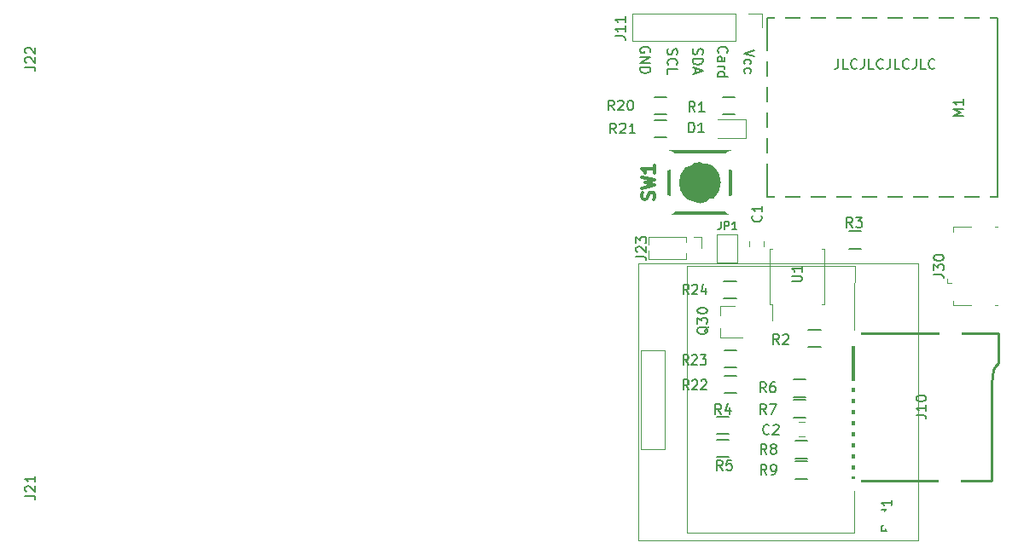
<source format=gto>
G04 #@! TF.GenerationSoftware,KiCad,Pcbnew,5.1.12-84ad8e8a86~92~ubuntu20.04.1*
G04 #@! TF.CreationDate,2022-03-16T00:54:27+01:00*
G04 #@! TF.ProjectId,ms2-card,6d73322d-6361-4726-942e-6b696361645f,0.2*
G04 #@! TF.SameCoordinates,Original*
G04 #@! TF.FileFunction,Legend,Top*
G04 #@! TF.FilePolarity,Positive*
%FSLAX46Y46*%
G04 Gerber Fmt 4.6, Leading zero omitted, Abs format (unit mm)*
G04 Created by KiCad (PCBNEW 5.1.12-84ad8e8a86~92~ubuntu20.04.1) date 2022-03-16 00:54:27*
%MOMM*%
%LPD*%
G01*
G04 APERTURE LIST*
%ADD10C,0.150000*%
%ADD11C,0.120000*%
%ADD12C,2.540000*%
%ADD13C,0.304800*%
%ADD14C,0.152400*%
%ADD15C,0.250000*%
%ADD16C,0.317500*%
%ADD17R,1.350000X1.300000*%
%ADD18O,2.000000X1.600000*%
%ADD19O,3.000000X3.000000*%
%ADD20C,3.000000*%
%ADD21C,0.100000*%
%ADD22R,1.900000X1.200000*%
%ADD23O,1.900000X1.200000*%
%ADD24R,1.900000X1.500000*%
%ADD25C,1.450000*%
%ADD26R,1.350000X0.400000*%
%ADD27C,1.998980*%
%ADD28O,1.100000X2.500000*%
%ADD29O,2.500000X1.100000*%
%ADD30R,1.100000X2.500000*%
%ADD31O,2.000000X6.500000*%
%ADD32O,1.000000X1.000000*%
%ADD33R,1.000000X1.000000*%
%ADD34R,2.500000X0.700000*%
%ADD35R,1.400000X1.200000*%
%ADD36R,1.400000X1.600000*%
%ADD37R,2.200000X1.200000*%
%ADD38C,1.000000*%
%ADD39O,1.700000X1.700000*%
%ADD40R,1.700000X1.700000*%
%ADD41R,1.400000X0.800000*%
G04 APERTURE END LIST*
D10*
X182134452Y-105687880D02*
X182134452Y-106402166D01*
X182086833Y-106545023D01*
X181991595Y-106640261D01*
X181848738Y-106687880D01*
X181753500Y-106687880D01*
X183086833Y-106687880D02*
X182610642Y-106687880D01*
X182610642Y-105687880D01*
X183991595Y-106592642D02*
X183943976Y-106640261D01*
X183801119Y-106687880D01*
X183705880Y-106687880D01*
X183563023Y-106640261D01*
X183467785Y-106545023D01*
X183420166Y-106449785D01*
X183372547Y-106259309D01*
X183372547Y-106116452D01*
X183420166Y-105925976D01*
X183467785Y-105830738D01*
X183563023Y-105735500D01*
X183705880Y-105687880D01*
X183801119Y-105687880D01*
X183943976Y-105735500D01*
X183991595Y-105783119D01*
X184705880Y-105687880D02*
X184705880Y-106402166D01*
X184658261Y-106545023D01*
X184563023Y-106640261D01*
X184420166Y-106687880D01*
X184324928Y-106687880D01*
X185658261Y-106687880D02*
X185182071Y-106687880D01*
X185182071Y-105687880D01*
X186563023Y-106592642D02*
X186515404Y-106640261D01*
X186372547Y-106687880D01*
X186277309Y-106687880D01*
X186134452Y-106640261D01*
X186039214Y-106545023D01*
X185991595Y-106449785D01*
X185943976Y-106259309D01*
X185943976Y-106116452D01*
X185991595Y-105925976D01*
X186039214Y-105830738D01*
X186134452Y-105735500D01*
X186277309Y-105687880D01*
X186372547Y-105687880D01*
X186515404Y-105735500D01*
X186563023Y-105783119D01*
X187277309Y-105687880D02*
X187277309Y-106402166D01*
X187229690Y-106545023D01*
X187134452Y-106640261D01*
X186991595Y-106687880D01*
X186896357Y-106687880D01*
X188229690Y-106687880D02*
X187753500Y-106687880D01*
X187753500Y-105687880D01*
X189134452Y-106592642D02*
X189086833Y-106640261D01*
X188943976Y-106687880D01*
X188848738Y-106687880D01*
X188705880Y-106640261D01*
X188610642Y-106545023D01*
X188563023Y-106449785D01*
X188515404Y-106259309D01*
X188515404Y-106116452D01*
X188563023Y-105925976D01*
X188610642Y-105830738D01*
X188705880Y-105735500D01*
X188848738Y-105687880D01*
X188943976Y-105687880D01*
X189086833Y-105735500D01*
X189134452Y-105783119D01*
X189848738Y-105687880D02*
X189848738Y-106402166D01*
X189801119Y-106545023D01*
X189705880Y-106640261D01*
X189563023Y-106687880D01*
X189467785Y-106687880D01*
X190801119Y-106687880D02*
X190324928Y-106687880D01*
X190324928Y-105687880D01*
X191705880Y-106592642D02*
X191658261Y-106640261D01*
X191515404Y-106687880D01*
X191420166Y-106687880D01*
X191277309Y-106640261D01*
X191182071Y-106545023D01*
X191134452Y-106449785D01*
X191086833Y-106259309D01*
X191086833Y-106116452D01*
X191134452Y-105925976D01*
X191182071Y-105830738D01*
X191277309Y-105735500D01*
X191420166Y-105687880D01*
X191515404Y-105687880D01*
X191658261Y-105735500D01*
X191705880Y-105783119D01*
X173783619Y-104810523D02*
X172783619Y-105143857D01*
X173783619Y-105477190D01*
X172831238Y-106239095D02*
X172783619Y-106143857D01*
X172783619Y-105953380D01*
X172831238Y-105858142D01*
X172878857Y-105810523D01*
X172974095Y-105762904D01*
X173259809Y-105762904D01*
X173355047Y-105810523D01*
X173402666Y-105858142D01*
X173450285Y-105953380D01*
X173450285Y-106143857D01*
X173402666Y-106239095D01*
X172831238Y-107096238D02*
X172783619Y-107001000D01*
X172783619Y-106810523D01*
X172831238Y-106715285D01*
X172878857Y-106667666D01*
X172974095Y-106620047D01*
X173259809Y-106620047D01*
X173355047Y-106667666D01*
X173402666Y-106715285D01*
X173450285Y-106810523D01*
X173450285Y-107001000D01*
X173402666Y-107096238D01*
X163436000Y-105039095D02*
X163483619Y-104943857D01*
X163483619Y-104801000D01*
X163436000Y-104658142D01*
X163340761Y-104562904D01*
X163245523Y-104515285D01*
X163055047Y-104467666D01*
X162912190Y-104467666D01*
X162721714Y-104515285D01*
X162626476Y-104562904D01*
X162531238Y-104658142D01*
X162483619Y-104801000D01*
X162483619Y-104896238D01*
X162531238Y-105039095D01*
X162578857Y-105086714D01*
X162912190Y-105086714D01*
X162912190Y-104896238D01*
X162483619Y-105515285D02*
X163483619Y-105515285D01*
X162483619Y-106086714D01*
X163483619Y-106086714D01*
X162483619Y-106562904D02*
X163483619Y-106562904D01*
X163483619Y-106801000D01*
X163436000Y-106943857D01*
X163340761Y-107039095D01*
X163245523Y-107086714D01*
X163055047Y-107134333D01*
X162912190Y-107134333D01*
X162721714Y-107086714D01*
X162626476Y-107039095D01*
X162531238Y-106943857D01*
X162483619Y-106801000D01*
X162483619Y-106562904D01*
X165231238Y-104710523D02*
X165183619Y-104853380D01*
X165183619Y-105091476D01*
X165231238Y-105186714D01*
X165278857Y-105234333D01*
X165374095Y-105281952D01*
X165469333Y-105281952D01*
X165564571Y-105234333D01*
X165612190Y-105186714D01*
X165659809Y-105091476D01*
X165707428Y-104901000D01*
X165755047Y-104805761D01*
X165802666Y-104758142D01*
X165897904Y-104710523D01*
X165993142Y-104710523D01*
X166088380Y-104758142D01*
X166136000Y-104805761D01*
X166183619Y-104901000D01*
X166183619Y-105139095D01*
X166136000Y-105281952D01*
X165278857Y-106281952D02*
X165231238Y-106234333D01*
X165183619Y-106091476D01*
X165183619Y-105996238D01*
X165231238Y-105853380D01*
X165326476Y-105758142D01*
X165421714Y-105710523D01*
X165612190Y-105662904D01*
X165755047Y-105662904D01*
X165945523Y-105710523D01*
X166040761Y-105758142D01*
X166136000Y-105853380D01*
X166183619Y-105996238D01*
X166183619Y-106091476D01*
X166136000Y-106234333D01*
X166088380Y-106281952D01*
X165183619Y-107186714D02*
X165183619Y-106710523D01*
X166183619Y-106710523D01*
X167731238Y-104686714D02*
X167683619Y-104829571D01*
X167683619Y-105067666D01*
X167731238Y-105162904D01*
X167778857Y-105210523D01*
X167874095Y-105258142D01*
X167969333Y-105258142D01*
X168064571Y-105210523D01*
X168112190Y-105162904D01*
X168159809Y-105067666D01*
X168207428Y-104877190D01*
X168255047Y-104781952D01*
X168302666Y-104734333D01*
X168397904Y-104686714D01*
X168493142Y-104686714D01*
X168588380Y-104734333D01*
X168636000Y-104781952D01*
X168683619Y-104877190D01*
X168683619Y-105115285D01*
X168636000Y-105258142D01*
X167683619Y-105686714D02*
X168683619Y-105686714D01*
X168683619Y-105924809D01*
X168636000Y-106067666D01*
X168540761Y-106162904D01*
X168445523Y-106210523D01*
X168255047Y-106258142D01*
X168112190Y-106258142D01*
X167921714Y-106210523D01*
X167826476Y-106162904D01*
X167731238Y-106067666D01*
X167683619Y-105924809D01*
X167683619Y-105686714D01*
X167969333Y-106639095D02*
X167969333Y-107115285D01*
X167683619Y-106543857D02*
X168683619Y-106877190D01*
X167683619Y-107210523D01*
X170278857Y-105096238D02*
X170231238Y-105048619D01*
X170183619Y-104905761D01*
X170183619Y-104810523D01*
X170231238Y-104667666D01*
X170326476Y-104572428D01*
X170421714Y-104524809D01*
X170612190Y-104477190D01*
X170755047Y-104477190D01*
X170945523Y-104524809D01*
X171040761Y-104572428D01*
X171136000Y-104667666D01*
X171183619Y-104810523D01*
X171183619Y-104905761D01*
X171136000Y-105048619D01*
X171088380Y-105096238D01*
X170183619Y-105953380D02*
X170707428Y-105953380D01*
X170802666Y-105905761D01*
X170850285Y-105810523D01*
X170850285Y-105620047D01*
X170802666Y-105524809D01*
X170231238Y-105953380D02*
X170183619Y-105858142D01*
X170183619Y-105620047D01*
X170231238Y-105524809D01*
X170326476Y-105477190D01*
X170421714Y-105477190D01*
X170516952Y-105524809D01*
X170564571Y-105620047D01*
X170564571Y-105858142D01*
X170612190Y-105953380D01*
X170183619Y-106429571D02*
X170850285Y-106429571D01*
X170659809Y-106429571D02*
X170755047Y-106477190D01*
X170802666Y-106524809D01*
X170850285Y-106620047D01*
X170850285Y-106715285D01*
X170183619Y-107477190D02*
X171183619Y-107477190D01*
X170231238Y-107477190D02*
X170183619Y-107381952D01*
X170183619Y-107191476D01*
X170231238Y-107096238D01*
X170278857Y-107048619D01*
X170374095Y-107001000D01*
X170659809Y-107001000D01*
X170755047Y-107048619D01*
X170802666Y-107096238D01*
X170850285Y-107191476D01*
X170850285Y-107381952D01*
X170802666Y-107477190D01*
X171288000Y-145274000D02*
X170088000Y-145274000D01*
X170088000Y-143524000D02*
X171288000Y-143524000D01*
X177835000Y-145683000D02*
X179035000Y-145683000D01*
X179035000Y-147433000D02*
X177835000Y-147433000D01*
X177835000Y-143651000D02*
X179035000Y-143651000D01*
X179035000Y-145401000D02*
X177835000Y-145401000D01*
X177708000Y-139587000D02*
X178908000Y-139587000D01*
X178908000Y-141337000D02*
X177708000Y-141337000D01*
X177708000Y-137555000D02*
X178908000Y-137555000D01*
X178908000Y-139305000D02*
X177708000Y-139305000D01*
X171281500Y-142988000D02*
X170081500Y-142988000D01*
X170081500Y-141238000D02*
X171281500Y-141238000D01*
D11*
X178759752Y-143229000D02*
X178237248Y-143229000D01*
X178759752Y-141759000D02*
X178237248Y-141759000D01*
X167132000Y-126301500D02*
X167144000Y-126555500D01*
X183769000Y-126301500D02*
X167132000Y-126301500D01*
X183744000Y-129641500D02*
X183769000Y-126301500D01*
X167144000Y-129641500D02*
X167144000Y-126555500D01*
X162538000Y-144462500D02*
X164951000Y-144462500D01*
X164951000Y-134683500D02*
X164951000Y-144462500D01*
X162538000Y-134683500D02*
X164951000Y-134683500D01*
X162538000Y-144462500D02*
X162538000Y-134683500D01*
X167144000Y-152741500D02*
X167144000Y-129641500D01*
X183744000Y-152741500D02*
X167144000Y-152741500D01*
X183744000Y-129641500D02*
X183744000Y-152741500D01*
X190049000Y-153513500D02*
X162249000Y-153513500D01*
X190049000Y-153513500D02*
X190049000Y-126013500D01*
X162249000Y-126013500D02*
X190049000Y-126013500D01*
X162249000Y-153513500D02*
X162249000Y-126013500D01*
X172069000Y-125950000D02*
X170069000Y-125950000D01*
X172069000Y-123150000D02*
X172069000Y-125950000D01*
X170069000Y-123150000D02*
X172069000Y-123150000D01*
X170069000Y-125950000D02*
X170069000Y-123150000D01*
X193500000Y-130201500D02*
X193500000Y-129751500D01*
X195350000Y-130201500D02*
X193500000Y-130201500D01*
X197900000Y-122401500D02*
X197650000Y-122401500D01*
X197900000Y-130201500D02*
X197650000Y-130201500D01*
X195350000Y-122401500D02*
X193500000Y-122401500D01*
X193500000Y-122401500D02*
X193500000Y-122851500D01*
X192950000Y-128001500D02*
X192950000Y-127551500D01*
X192950000Y-128001500D02*
X193400000Y-128001500D01*
D10*
X183169000Y-122823000D02*
X184369000Y-122823000D01*
X184369000Y-124573000D02*
X183169000Y-124573000D01*
X179168500Y-132602000D02*
X180368500Y-132602000D01*
X180368500Y-134352000D02*
X179168500Y-134352000D01*
D11*
X174725000Y-123817748D02*
X174725000Y-124340252D01*
X173255000Y-123817748D02*
X173255000Y-124340252D01*
D10*
X172050000Y-136384000D02*
X170850000Y-136384000D01*
X170850000Y-134634000D02*
X172050000Y-134634000D01*
X172050000Y-138924000D02*
X170850000Y-138924000D01*
X170850000Y-137174000D02*
X172050000Y-137174000D01*
D12*
X169205219Y-117983000D02*
G75*
G03*
X169205219Y-117983000I-803219J0D01*
G01*
D13*
X171450000Y-121031000D02*
X165354000Y-121031000D01*
X171450000Y-114935000D02*
X171450000Y-121031000D01*
X165354000Y-114935000D02*
X171450000Y-114935000D01*
X165354000Y-121031000D02*
X165354000Y-114935000D01*
D14*
X175069500Y-101663500D02*
X175069500Y-119443500D01*
X197929500Y-119443500D02*
X197929500Y-101663500D01*
X197929500Y-119443500D02*
X175069500Y-119443500D01*
X197929500Y-101663500D02*
X175069500Y-101663500D01*
D11*
X175589000Y-130042500D02*
X175589000Y-131717500D01*
X175329000Y-130042500D02*
X175589000Y-130042500D01*
X175329000Y-127317500D02*
X175329000Y-130042500D01*
X175329000Y-124592500D02*
X175589000Y-124592500D01*
X175329000Y-127317500D02*
X175329000Y-124592500D01*
X180779000Y-130042500D02*
X180519000Y-130042500D01*
X180779000Y-127317500D02*
X180779000Y-130042500D01*
X180779000Y-124592500D02*
X180519000Y-124592500D01*
X180779000Y-127317500D02*
X180779000Y-124592500D01*
X168590500Y-123350000D02*
X168590500Y-124460000D01*
X167830500Y-123350000D02*
X168590500Y-123350000D01*
X167070500Y-125023471D02*
X167070500Y-125570000D01*
X167070500Y-123350000D02*
X167070500Y-123896529D01*
X167070500Y-125570000D02*
X163325500Y-125570000D01*
X167070500Y-123350000D02*
X163325500Y-123350000D01*
X163325500Y-124767530D02*
X163325500Y-125570000D01*
X163325500Y-123350000D02*
X163325500Y-124152470D01*
D15*
X197308500Y-147621500D02*
X197308500Y-137921500D01*
X197308500Y-137921500D02*
X197408500Y-137221500D01*
X197408500Y-137221500D02*
X197508500Y-136621500D01*
X197508500Y-136621500D02*
X197708500Y-136221500D01*
X197708500Y-136221500D02*
X198008500Y-135921500D01*
X198008500Y-135921500D02*
X198008500Y-132921500D01*
X198008500Y-132921500D02*
X183508500Y-132921500D01*
X183508500Y-147621500D02*
X183508500Y-132921500D01*
X183508500Y-147621500D02*
X197308500Y-147621500D01*
D11*
X172992500Y-111689000D02*
X170132500Y-111689000D01*
X172992500Y-113609000D02*
X172992500Y-111689000D01*
X170132500Y-113609000D02*
X172992500Y-113609000D01*
X161738000Y-101222500D02*
X161738000Y-103882500D01*
X171958000Y-101222500D02*
X161738000Y-101222500D01*
X171958000Y-103882500D02*
X161738000Y-103882500D01*
X171958000Y-101222500D02*
X171958000Y-103882500D01*
X173228000Y-101222500D02*
X174558000Y-101222500D01*
X174558000Y-101222500D02*
X174558000Y-102552500D01*
X170436000Y-130246000D02*
X171896000Y-130246000D01*
X170436000Y-133406000D02*
X172596000Y-133406000D01*
X170436000Y-133406000D02*
X170436000Y-132476000D01*
X170436000Y-130246000D02*
X170436000Y-131176000D01*
D10*
X170659500Y-109488000D02*
X171859500Y-109488000D01*
X171859500Y-111238000D02*
X170659500Y-111238000D01*
X165065000Y-111238000D02*
X163865000Y-111238000D01*
X163865000Y-109488000D02*
X165065000Y-109488000D01*
X163865000Y-111774000D02*
X165065000Y-111774000D01*
X165065000Y-113524000D02*
X163865000Y-113524000D01*
X171993000Y-129524500D02*
X170793000Y-129524500D01*
X170793000Y-127774500D02*
X171993000Y-127774500D01*
X170648333Y-146565880D02*
X170315000Y-146089690D01*
X170076904Y-146565880D02*
X170076904Y-145565880D01*
X170457857Y-145565880D01*
X170553095Y-145613500D01*
X170600714Y-145661119D01*
X170648333Y-145756357D01*
X170648333Y-145899214D01*
X170600714Y-145994452D01*
X170553095Y-146042071D01*
X170457857Y-146089690D01*
X170076904Y-146089690D01*
X171553095Y-145565880D02*
X171076904Y-145565880D01*
X171029285Y-146042071D01*
X171076904Y-145994452D01*
X171172142Y-145946833D01*
X171410238Y-145946833D01*
X171505476Y-145994452D01*
X171553095Y-146042071D01*
X171600714Y-146137309D01*
X171600714Y-146375404D01*
X171553095Y-146470642D01*
X171505476Y-146518261D01*
X171410238Y-146565880D01*
X171172142Y-146565880D01*
X171076904Y-146518261D01*
X171029285Y-146470642D01*
X175029833Y-147010380D02*
X174696500Y-146534190D01*
X174458404Y-147010380D02*
X174458404Y-146010380D01*
X174839357Y-146010380D01*
X174934595Y-146058000D01*
X174982214Y-146105619D01*
X175029833Y-146200857D01*
X175029833Y-146343714D01*
X174982214Y-146438952D01*
X174934595Y-146486571D01*
X174839357Y-146534190D01*
X174458404Y-146534190D01*
X175506023Y-147010380D02*
X175696500Y-147010380D01*
X175791738Y-146962761D01*
X175839357Y-146915142D01*
X175934595Y-146772285D01*
X175982214Y-146581809D01*
X175982214Y-146200857D01*
X175934595Y-146105619D01*
X175886976Y-146058000D01*
X175791738Y-146010380D01*
X175601261Y-146010380D01*
X175506023Y-146058000D01*
X175458404Y-146105619D01*
X175410785Y-146200857D01*
X175410785Y-146438952D01*
X175458404Y-146534190D01*
X175506023Y-146581809D01*
X175601261Y-146629428D01*
X175791738Y-146629428D01*
X175886976Y-146581809D01*
X175934595Y-146534190D01*
X175982214Y-146438952D01*
X175029833Y-144978380D02*
X174696500Y-144502190D01*
X174458404Y-144978380D02*
X174458404Y-143978380D01*
X174839357Y-143978380D01*
X174934595Y-144026000D01*
X174982214Y-144073619D01*
X175029833Y-144168857D01*
X175029833Y-144311714D01*
X174982214Y-144406952D01*
X174934595Y-144454571D01*
X174839357Y-144502190D01*
X174458404Y-144502190D01*
X175601261Y-144406952D02*
X175506023Y-144359333D01*
X175458404Y-144311714D01*
X175410785Y-144216476D01*
X175410785Y-144168857D01*
X175458404Y-144073619D01*
X175506023Y-144026000D01*
X175601261Y-143978380D01*
X175791738Y-143978380D01*
X175886976Y-144026000D01*
X175934595Y-144073619D01*
X175982214Y-144168857D01*
X175982214Y-144216476D01*
X175934595Y-144311714D01*
X175886976Y-144359333D01*
X175791738Y-144406952D01*
X175601261Y-144406952D01*
X175506023Y-144454571D01*
X175458404Y-144502190D01*
X175410785Y-144597428D01*
X175410785Y-144787904D01*
X175458404Y-144883142D01*
X175506023Y-144930761D01*
X175601261Y-144978380D01*
X175791738Y-144978380D01*
X175886976Y-144930761D01*
X175934595Y-144883142D01*
X175982214Y-144787904D01*
X175982214Y-144597428D01*
X175934595Y-144502190D01*
X175886976Y-144454571D01*
X175791738Y-144406952D01*
X174966333Y-140977880D02*
X174633000Y-140501690D01*
X174394904Y-140977880D02*
X174394904Y-139977880D01*
X174775857Y-139977880D01*
X174871095Y-140025500D01*
X174918714Y-140073119D01*
X174966333Y-140168357D01*
X174966333Y-140311214D01*
X174918714Y-140406452D01*
X174871095Y-140454071D01*
X174775857Y-140501690D01*
X174394904Y-140501690D01*
X175299666Y-139977880D02*
X175966333Y-139977880D01*
X175537761Y-140977880D01*
X174966333Y-138818880D02*
X174633000Y-138342690D01*
X174394904Y-138818880D02*
X174394904Y-137818880D01*
X174775857Y-137818880D01*
X174871095Y-137866500D01*
X174918714Y-137914119D01*
X174966333Y-138009357D01*
X174966333Y-138152214D01*
X174918714Y-138247452D01*
X174871095Y-138295071D01*
X174775857Y-138342690D01*
X174394904Y-138342690D01*
X175823476Y-137818880D02*
X175633000Y-137818880D01*
X175537761Y-137866500D01*
X175490142Y-137914119D01*
X175394904Y-138056976D01*
X175347285Y-138247452D01*
X175347285Y-138628404D01*
X175394904Y-138723642D01*
X175442523Y-138771261D01*
X175537761Y-138818880D01*
X175728238Y-138818880D01*
X175823476Y-138771261D01*
X175871095Y-138723642D01*
X175918714Y-138628404D01*
X175918714Y-138390309D01*
X175871095Y-138295071D01*
X175823476Y-138247452D01*
X175728238Y-138199833D01*
X175537761Y-138199833D01*
X175442523Y-138247452D01*
X175394904Y-138295071D01*
X175347285Y-138390309D01*
X170521333Y-140977880D02*
X170188000Y-140501690D01*
X169949904Y-140977880D02*
X169949904Y-139977880D01*
X170330857Y-139977880D01*
X170426095Y-140025500D01*
X170473714Y-140073119D01*
X170521333Y-140168357D01*
X170521333Y-140311214D01*
X170473714Y-140406452D01*
X170426095Y-140454071D01*
X170330857Y-140501690D01*
X169949904Y-140501690D01*
X171378476Y-140311214D02*
X171378476Y-140977880D01*
X171140380Y-139930261D02*
X170902285Y-140644547D01*
X171521333Y-140644547D01*
X175283833Y-142914642D02*
X175236214Y-142962261D01*
X175093357Y-143009880D01*
X174998119Y-143009880D01*
X174855261Y-142962261D01*
X174760023Y-142867023D01*
X174712404Y-142771785D01*
X174664785Y-142581309D01*
X174664785Y-142438452D01*
X174712404Y-142247976D01*
X174760023Y-142152738D01*
X174855261Y-142057500D01*
X174998119Y-142009880D01*
X175093357Y-142009880D01*
X175236214Y-142057500D01*
X175283833Y-142105119D01*
X175664785Y-142105119D02*
X175712404Y-142057500D01*
X175807642Y-142009880D01*
X176045738Y-142009880D01*
X176140976Y-142057500D01*
X176188595Y-142105119D01*
X176236214Y-142200357D01*
X176236214Y-142295595D01*
X176188595Y-142438452D01*
X175617166Y-143009880D01*
X176236214Y-143009880D01*
X186872571Y-152233166D02*
X186920190Y-152090309D01*
X186967809Y-152042690D01*
X187063047Y-151995071D01*
X187205904Y-151995071D01*
X187301142Y-152042690D01*
X187348761Y-152090309D01*
X187396380Y-152185547D01*
X187396380Y-152566500D01*
X186396380Y-152566500D01*
X186396380Y-152233166D01*
X186444000Y-152137928D01*
X186491619Y-152090309D01*
X186586857Y-152042690D01*
X186682095Y-152042690D01*
X186777333Y-152090309D01*
X186824952Y-152137928D01*
X186872571Y-152233166D01*
X186872571Y-152566500D01*
X187396380Y-151566500D02*
X186729714Y-151566500D01*
X186920190Y-151566500D02*
X186824952Y-151518880D01*
X186777333Y-151471261D01*
X186729714Y-151376023D01*
X186729714Y-151280785D01*
X187396380Y-150518880D02*
X186396380Y-150518880D01*
X187348761Y-150518880D02*
X187396380Y-150614119D01*
X187396380Y-150804595D01*
X187348761Y-150899833D01*
X187301142Y-150947452D01*
X187205904Y-150995071D01*
X186920190Y-150995071D01*
X186824952Y-150947452D01*
X186777333Y-150899833D01*
X186729714Y-150804595D01*
X186729714Y-150614119D01*
X186777333Y-150518880D01*
X187396380Y-149518880D02*
X187396380Y-150090309D01*
X187396380Y-149804595D02*
X186396380Y-149804595D01*
X186539238Y-149899833D01*
X186634476Y-149995071D01*
X186682095Y-150090309D01*
X170465833Y-121862904D02*
X170465833Y-122434333D01*
X170427738Y-122548619D01*
X170351547Y-122624809D01*
X170237261Y-122662904D01*
X170161071Y-122662904D01*
X170846785Y-122662904D02*
X170846785Y-121862904D01*
X171151547Y-121862904D01*
X171227738Y-121901000D01*
X171265833Y-121939095D01*
X171303928Y-122015285D01*
X171303928Y-122129571D01*
X171265833Y-122205761D01*
X171227738Y-122243857D01*
X171151547Y-122281952D01*
X170846785Y-122281952D01*
X172065833Y-122662904D02*
X171608690Y-122662904D01*
X171837261Y-122662904D02*
X171837261Y-121862904D01*
X171761071Y-121977190D01*
X171684880Y-122053380D01*
X171608690Y-122091476D01*
X191602380Y-127111023D02*
X192316666Y-127111023D01*
X192459523Y-127158642D01*
X192554761Y-127253880D01*
X192602380Y-127396738D01*
X192602380Y-127491976D01*
X191602380Y-126730071D02*
X191602380Y-126111023D01*
X191983333Y-126444357D01*
X191983333Y-126301500D01*
X192030952Y-126206261D01*
X192078571Y-126158642D01*
X192173809Y-126111023D01*
X192411904Y-126111023D01*
X192507142Y-126158642D01*
X192554761Y-126206261D01*
X192602380Y-126301500D01*
X192602380Y-126587214D01*
X192554761Y-126682452D01*
X192507142Y-126730071D01*
X191602380Y-125491976D02*
X191602380Y-125396738D01*
X191650000Y-125301500D01*
X191697619Y-125253880D01*
X191792857Y-125206261D01*
X191983333Y-125158642D01*
X192221428Y-125158642D01*
X192411904Y-125206261D01*
X192507142Y-125253880D01*
X192554761Y-125301500D01*
X192602380Y-125396738D01*
X192602380Y-125491976D01*
X192554761Y-125587214D01*
X192507142Y-125634833D01*
X192411904Y-125682452D01*
X192221428Y-125730071D01*
X191983333Y-125730071D01*
X191792857Y-125682452D01*
X191697619Y-125634833D01*
X191650000Y-125587214D01*
X191602380Y-125491976D01*
X183538833Y-122435880D02*
X183205500Y-121959690D01*
X182967404Y-122435880D02*
X182967404Y-121435880D01*
X183348357Y-121435880D01*
X183443595Y-121483500D01*
X183491214Y-121531119D01*
X183538833Y-121626357D01*
X183538833Y-121769214D01*
X183491214Y-121864452D01*
X183443595Y-121912071D01*
X183348357Y-121959690D01*
X182967404Y-121959690D01*
X183872166Y-121435880D02*
X184491214Y-121435880D01*
X184157880Y-121816833D01*
X184300738Y-121816833D01*
X184395976Y-121864452D01*
X184443595Y-121912071D01*
X184491214Y-122007309D01*
X184491214Y-122245404D01*
X184443595Y-122340642D01*
X184395976Y-122388261D01*
X184300738Y-122435880D01*
X184015023Y-122435880D01*
X183919785Y-122388261D01*
X183872166Y-122340642D01*
X176242833Y-134056380D02*
X175909500Y-133580190D01*
X175671404Y-134056380D02*
X175671404Y-133056380D01*
X176052357Y-133056380D01*
X176147595Y-133104000D01*
X176195214Y-133151619D01*
X176242833Y-133246857D01*
X176242833Y-133389714D01*
X176195214Y-133484952D01*
X176147595Y-133532571D01*
X176052357Y-133580190D01*
X175671404Y-133580190D01*
X176623785Y-133151619D02*
X176671404Y-133104000D01*
X176766642Y-133056380D01*
X177004738Y-133056380D01*
X177099976Y-133104000D01*
X177147595Y-133151619D01*
X177195214Y-133246857D01*
X177195214Y-133342095D01*
X177147595Y-133484952D01*
X176576166Y-134056380D01*
X177195214Y-134056380D01*
X174474142Y-121261166D02*
X174521761Y-121308785D01*
X174569380Y-121451642D01*
X174569380Y-121546880D01*
X174521761Y-121689738D01*
X174426523Y-121784976D01*
X174331285Y-121832595D01*
X174140809Y-121880214D01*
X173997952Y-121880214D01*
X173807476Y-121832595D01*
X173712238Y-121784976D01*
X173617000Y-121689738D01*
X173569380Y-121546880D01*
X173569380Y-121451642D01*
X173617000Y-121308785D01*
X173664619Y-121261166D01*
X174569380Y-120308785D02*
X174569380Y-120880214D01*
X174569380Y-120594500D02*
X173569380Y-120594500D01*
X173712238Y-120689738D01*
X173807476Y-120784976D01*
X173855095Y-120880214D01*
X167269928Y-136093880D02*
X166969928Y-135617690D01*
X166755642Y-136093880D02*
X166755642Y-135093880D01*
X167098500Y-135093880D01*
X167184214Y-135141500D01*
X167227071Y-135189119D01*
X167269928Y-135284357D01*
X167269928Y-135427214D01*
X167227071Y-135522452D01*
X167184214Y-135570071D01*
X167098500Y-135617690D01*
X166755642Y-135617690D01*
X167612785Y-135189119D02*
X167655642Y-135141500D01*
X167741357Y-135093880D01*
X167955642Y-135093880D01*
X168041357Y-135141500D01*
X168084214Y-135189119D01*
X168127071Y-135284357D01*
X168127071Y-135379595D01*
X168084214Y-135522452D01*
X167569928Y-136093880D01*
X168127071Y-136093880D01*
X168427071Y-135093880D02*
X168984214Y-135093880D01*
X168684214Y-135474833D01*
X168812785Y-135474833D01*
X168898500Y-135522452D01*
X168941357Y-135570071D01*
X168984214Y-135665309D01*
X168984214Y-135903404D01*
X168941357Y-135998642D01*
X168898500Y-136046261D01*
X168812785Y-136093880D01*
X168555642Y-136093880D01*
X168469928Y-136046261D01*
X168427071Y-135998642D01*
X167315428Y-138564880D02*
X167015428Y-138088690D01*
X166801142Y-138564880D02*
X166801142Y-137564880D01*
X167144000Y-137564880D01*
X167229714Y-137612500D01*
X167272571Y-137660119D01*
X167315428Y-137755357D01*
X167315428Y-137898214D01*
X167272571Y-137993452D01*
X167229714Y-138041071D01*
X167144000Y-138088690D01*
X166801142Y-138088690D01*
X167658285Y-137660119D02*
X167701142Y-137612500D01*
X167786857Y-137564880D01*
X168001142Y-137564880D01*
X168086857Y-137612500D01*
X168129714Y-137660119D01*
X168172571Y-137755357D01*
X168172571Y-137850595D01*
X168129714Y-137993452D01*
X167615428Y-138564880D01*
X168172571Y-138564880D01*
X168515428Y-137660119D02*
X168558285Y-137612500D01*
X168644000Y-137564880D01*
X168858285Y-137564880D01*
X168944000Y-137612500D01*
X168986857Y-137660119D01*
X169029714Y-137755357D01*
X169029714Y-137850595D01*
X168986857Y-137993452D01*
X168472571Y-138564880D01*
X169029714Y-138564880D01*
D16*
X163836047Y-119676333D02*
X163896523Y-119494904D01*
X163896523Y-119192523D01*
X163836047Y-119071571D01*
X163775571Y-119011095D01*
X163654619Y-118950619D01*
X163533666Y-118950619D01*
X163412714Y-119011095D01*
X163352238Y-119071571D01*
X163291761Y-119192523D01*
X163231285Y-119434428D01*
X163170809Y-119555380D01*
X163110333Y-119615857D01*
X162989380Y-119676333D01*
X162868428Y-119676333D01*
X162747476Y-119615857D01*
X162687000Y-119555380D01*
X162626523Y-119434428D01*
X162626523Y-119132047D01*
X162687000Y-118950619D01*
X162626523Y-118527285D02*
X163896523Y-118224904D01*
X162989380Y-117983000D01*
X163896523Y-117741095D01*
X162626523Y-117438714D01*
X163896523Y-116289666D02*
X163896523Y-117015380D01*
X163896523Y-116652523D02*
X162626523Y-116652523D01*
X162807952Y-116773476D01*
X162928904Y-116894428D01*
X162989380Y-117015380D01*
D10*
X194571880Y-111363023D02*
X193571880Y-111363023D01*
X194286166Y-111029690D01*
X193571880Y-110696357D01*
X194571880Y-110696357D01*
X194571880Y-109696357D02*
X194571880Y-110267785D01*
X194571880Y-109982071D02*
X193571880Y-109982071D01*
X193714738Y-110077309D01*
X193809976Y-110172547D01*
X193857595Y-110267785D01*
X177506380Y-127825404D02*
X178315904Y-127825404D01*
X178411142Y-127777785D01*
X178458761Y-127730166D01*
X178506380Y-127634928D01*
X178506380Y-127444452D01*
X178458761Y-127349214D01*
X178411142Y-127301595D01*
X178315904Y-127253976D01*
X177506380Y-127253976D01*
X178506380Y-126253976D02*
X178506380Y-126825404D01*
X178506380Y-126539690D02*
X177506380Y-126539690D01*
X177649238Y-126634928D01*
X177744476Y-126730166D01*
X177792095Y-126825404D01*
X101452380Y-106509523D02*
X102166666Y-106509523D01*
X102309523Y-106557142D01*
X102404761Y-106652380D01*
X102452380Y-106795238D01*
X102452380Y-106890476D01*
X101547619Y-106080952D02*
X101500000Y-106033333D01*
X101452380Y-105938095D01*
X101452380Y-105700000D01*
X101500000Y-105604761D01*
X101547619Y-105557142D01*
X101642857Y-105509523D01*
X101738095Y-105509523D01*
X101880952Y-105557142D01*
X102452380Y-106128571D01*
X102452380Y-105509523D01*
X101547619Y-105128571D02*
X101500000Y-105080952D01*
X101452380Y-104985714D01*
X101452380Y-104747619D01*
X101500000Y-104652380D01*
X101547619Y-104604761D01*
X101642857Y-104557142D01*
X101738095Y-104557142D01*
X101880952Y-104604761D01*
X102452380Y-105176190D01*
X102452380Y-104557142D01*
X162075880Y-125333023D02*
X162790166Y-125333023D01*
X162933023Y-125380642D01*
X163028261Y-125475880D01*
X163075880Y-125618738D01*
X163075880Y-125713976D01*
X162171119Y-124904452D02*
X162123500Y-124856833D01*
X162075880Y-124761595D01*
X162075880Y-124523500D01*
X162123500Y-124428261D01*
X162171119Y-124380642D01*
X162266357Y-124333023D01*
X162361595Y-124333023D01*
X162504452Y-124380642D01*
X163075880Y-124952071D01*
X163075880Y-124333023D01*
X162075880Y-123999690D02*
X162075880Y-123380642D01*
X162456833Y-123713976D01*
X162456833Y-123571119D01*
X162504452Y-123475880D01*
X162552071Y-123428261D01*
X162647309Y-123380642D01*
X162885404Y-123380642D01*
X162980642Y-123428261D01*
X163028261Y-123475880D01*
X163075880Y-123571119D01*
X163075880Y-123856833D01*
X163028261Y-123952071D01*
X162980642Y-123999690D01*
X189860880Y-141081023D02*
X190575166Y-141081023D01*
X190718023Y-141128642D01*
X190813261Y-141223880D01*
X190860880Y-141366738D01*
X190860880Y-141461976D01*
X190860880Y-140081023D02*
X190860880Y-140652452D01*
X190860880Y-140366738D02*
X189860880Y-140366738D01*
X190003738Y-140461976D01*
X190098976Y-140557214D01*
X190146595Y-140652452D01*
X189860880Y-139461976D02*
X189860880Y-139366738D01*
X189908500Y-139271500D01*
X189956119Y-139223880D01*
X190051357Y-139176261D01*
X190241833Y-139128642D01*
X190479928Y-139128642D01*
X190670404Y-139176261D01*
X190765642Y-139223880D01*
X190813261Y-139271500D01*
X190860880Y-139366738D01*
X190860880Y-139461976D01*
X190813261Y-139557214D01*
X190765642Y-139604833D01*
X190670404Y-139652452D01*
X190479928Y-139700071D01*
X190241833Y-139700071D01*
X190051357Y-139652452D01*
X189956119Y-139604833D01*
X189908500Y-139557214D01*
X189860880Y-139461976D01*
X167294404Y-113001380D02*
X167294404Y-112001380D01*
X167532500Y-112001380D01*
X167675357Y-112049000D01*
X167770595Y-112144238D01*
X167818214Y-112239476D01*
X167865833Y-112429952D01*
X167865833Y-112572809D01*
X167818214Y-112763285D01*
X167770595Y-112858523D01*
X167675357Y-112953761D01*
X167532500Y-113001380D01*
X167294404Y-113001380D01*
X168818214Y-113001380D02*
X168246785Y-113001380D01*
X168532500Y-113001380D02*
X168532500Y-112001380D01*
X168437261Y-112144238D01*
X168342023Y-112239476D01*
X168246785Y-112287095D01*
X159980380Y-103425523D02*
X160694666Y-103425523D01*
X160837523Y-103473142D01*
X160932761Y-103568380D01*
X160980380Y-103711238D01*
X160980380Y-103806476D01*
X160980380Y-102425523D02*
X160980380Y-102996952D01*
X160980380Y-102711238D02*
X159980380Y-102711238D01*
X160123238Y-102806476D01*
X160218476Y-102901714D01*
X160266095Y-102996952D01*
X160980380Y-101473142D02*
X160980380Y-102044571D01*
X160980380Y-101758857D02*
X159980380Y-101758857D01*
X160123238Y-101854095D01*
X160218476Y-101949333D01*
X160266095Y-102044571D01*
X101452380Y-149109523D02*
X102166666Y-149109523D01*
X102309523Y-149157142D01*
X102404761Y-149252380D01*
X102452380Y-149395238D01*
X102452380Y-149490476D01*
X101547619Y-148680952D02*
X101500000Y-148633333D01*
X101452380Y-148538095D01*
X101452380Y-148300000D01*
X101500000Y-148204761D01*
X101547619Y-148157142D01*
X101642857Y-148109523D01*
X101738095Y-148109523D01*
X101880952Y-148157142D01*
X102452380Y-148728571D01*
X102452380Y-148109523D01*
X102452380Y-147157142D02*
X102452380Y-147728571D01*
X102452380Y-147442857D02*
X101452380Y-147442857D01*
X101595238Y-147538095D01*
X101690476Y-147633333D01*
X101738095Y-147728571D01*
X169243619Y-132297428D02*
X169196000Y-132392666D01*
X169100761Y-132487904D01*
X168957904Y-132630761D01*
X168910285Y-132726000D01*
X168910285Y-132821238D01*
X169148380Y-132773619D02*
X169100761Y-132868857D01*
X169005523Y-132964095D01*
X168815047Y-133011714D01*
X168481714Y-133011714D01*
X168291238Y-132964095D01*
X168196000Y-132868857D01*
X168148380Y-132773619D01*
X168148380Y-132583142D01*
X168196000Y-132487904D01*
X168291238Y-132392666D01*
X168481714Y-132345047D01*
X168815047Y-132345047D01*
X169005523Y-132392666D01*
X169100761Y-132487904D01*
X169148380Y-132583142D01*
X169148380Y-132773619D01*
X168148380Y-132011714D02*
X168148380Y-131392666D01*
X168529333Y-131726000D01*
X168529333Y-131583142D01*
X168576952Y-131487904D01*
X168624571Y-131440285D01*
X168719809Y-131392666D01*
X168957904Y-131392666D01*
X169053142Y-131440285D01*
X169100761Y-131487904D01*
X169148380Y-131583142D01*
X169148380Y-131868857D01*
X169100761Y-131964095D01*
X169053142Y-132011714D01*
X168148380Y-130773619D02*
X168148380Y-130678380D01*
X168196000Y-130583142D01*
X168243619Y-130535523D01*
X168338857Y-130487904D01*
X168529333Y-130440285D01*
X168767428Y-130440285D01*
X168957904Y-130487904D01*
X169053142Y-130535523D01*
X169100761Y-130583142D01*
X169148380Y-130678380D01*
X169148380Y-130773619D01*
X169100761Y-130868857D01*
X169053142Y-130916476D01*
X168957904Y-130964095D01*
X168767428Y-131011714D01*
X168529333Y-131011714D01*
X168338857Y-130964095D01*
X168243619Y-130916476D01*
X168196000Y-130868857D01*
X168148380Y-130773619D01*
X167917833Y-110942380D02*
X167584500Y-110466190D01*
X167346404Y-110942380D02*
X167346404Y-109942380D01*
X167727357Y-109942380D01*
X167822595Y-109990000D01*
X167870214Y-110037619D01*
X167917833Y-110132857D01*
X167917833Y-110275714D01*
X167870214Y-110370952D01*
X167822595Y-110418571D01*
X167727357Y-110466190D01*
X167346404Y-110466190D01*
X168870214Y-110942380D02*
X168298785Y-110942380D01*
X168584500Y-110942380D02*
X168584500Y-109942380D01*
X168489261Y-110085238D01*
X168394023Y-110180476D01*
X168298785Y-110228095D01*
X159885142Y-110815380D02*
X159551809Y-110339190D01*
X159313714Y-110815380D02*
X159313714Y-109815380D01*
X159694666Y-109815380D01*
X159789904Y-109863000D01*
X159837523Y-109910619D01*
X159885142Y-110005857D01*
X159885142Y-110148714D01*
X159837523Y-110243952D01*
X159789904Y-110291571D01*
X159694666Y-110339190D01*
X159313714Y-110339190D01*
X160266095Y-109910619D02*
X160313714Y-109863000D01*
X160408952Y-109815380D01*
X160647047Y-109815380D01*
X160742285Y-109863000D01*
X160789904Y-109910619D01*
X160837523Y-110005857D01*
X160837523Y-110101095D01*
X160789904Y-110243952D01*
X160218476Y-110815380D01*
X160837523Y-110815380D01*
X161456571Y-109815380D02*
X161551809Y-109815380D01*
X161647047Y-109863000D01*
X161694666Y-109910619D01*
X161742285Y-110005857D01*
X161789904Y-110196333D01*
X161789904Y-110434428D01*
X161742285Y-110624904D01*
X161694666Y-110720142D01*
X161647047Y-110767761D01*
X161551809Y-110815380D01*
X161456571Y-110815380D01*
X161361333Y-110767761D01*
X161313714Y-110720142D01*
X161266095Y-110624904D01*
X161218476Y-110434428D01*
X161218476Y-110196333D01*
X161266095Y-110005857D01*
X161313714Y-109910619D01*
X161361333Y-109863000D01*
X161456571Y-109815380D01*
X160075642Y-113101380D02*
X159742309Y-112625190D01*
X159504214Y-113101380D02*
X159504214Y-112101380D01*
X159885166Y-112101380D01*
X159980404Y-112149000D01*
X160028023Y-112196619D01*
X160075642Y-112291857D01*
X160075642Y-112434714D01*
X160028023Y-112529952D01*
X159980404Y-112577571D01*
X159885166Y-112625190D01*
X159504214Y-112625190D01*
X160456595Y-112196619D02*
X160504214Y-112149000D01*
X160599452Y-112101380D01*
X160837547Y-112101380D01*
X160932785Y-112149000D01*
X160980404Y-112196619D01*
X161028023Y-112291857D01*
X161028023Y-112387095D01*
X160980404Y-112529952D01*
X160408976Y-113101380D01*
X161028023Y-113101380D01*
X161980404Y-113101380D02*
X161408976Y-113101380D01*
X161694690Y-113101380D02*
X161694690Y-112101380D01*
X161599452Y-112244238D01*
X161504214Y-112339476D01*
X161408976Y-112387095D01*
X167315428Y-129103380D02*
X167015428Y-128627190D01*
X166801142Y-129103380D02*
X166801142Y-128103380D01*
X167144000Y-128103380D01*
X167229714Y-128151000D01*
X167272571Y-128198619D01*
X167315428Y-128293857D01*
X167315428Y-128436714D01*
X167272571Y-128531952D01*
X167229714Y-128579571D01*
X167144000Y-128627190D01*
X166801142Y-128627190D01*
X167658285Y-128198619D02*
X167701142Y-128151000D01*
X167786857Y-128103380D01*
X168001142Y-128103380D01*
X168086857Y-128151000D01*
X168129714Y-128198619D01*
X168172571Y-128293857D01*
X168172571Y-128389095D01*
X168129714Y-128531952D01*
X167615428Y-129103380D01*
X168172571Y-129103380D01*
X168944000Y-128436714D02*
X168944000Y-129103380D01*
X168729714Y-128055761D02*
X168515428Y-128770047D01*
X169072571Y-128770047D01*
%LPC*%
D17*
X171888000Y-144399000D03*
X169488000Y-144399000D03*
X177235000Y-146558000D03*
X179635000Y-146558000D03*
X177235000Y-144526000D03*
X179635000Y-144526000D03*
X177108000Y-140462000D03*
X179508000Y-140462000D03*
X177108000Y-138430000D03*
X179508000Y-138430000D03*
X171881500Y-142113000D03*
X169481500Y-142113000D03*
G36*
G01*
X178048500Y-142019000D02*
X178048500Y-142969000D01*
G75*
G02*
X177798500Y-143219000I-250000J0D01*
G01*
X177123500Y-143219000D01*
G75*
G02*
X176873500Y-142969000I0J250000D01*
G01*
X176873500Y-142019000D01*
G75*
G02*
X177123500Y-141769000I250000J0D01*
G01*
X177798500Y-141769000D01*
G75*
G02*
X178048500Y-142019000I0J-250000D01*
G01*
G37*
G36*
G01*
X180123500Y-142019000D02*
X180123500Y-142969000D01*
G75*
G02*
X179873500Y-143219000I-250000J0D01*
G01*
X179198500Y-143219000D01*
G75*
G02*
X178948500Y-142969000I0J250000D01*
G01*
X178948500Y-142019000D01*
G75*
G02*
X179198500Y-141769000I250000J0D01*
G01*
X179873500Y-141769000D01*
G75*
G02*
X180123500Y-142019000I0J-250000D01*
G01*
G37*
D18*
X163749000Y-140843500D03*
X163749000Y-143383500D03*
X163749000Y-138303500D03*
X163749000Y-135763500D03*
D19*
X164249000Y-151513500D03*
D20*
X164249000Y-128013500D03*
X188049000Y-128013500D03*
X188049000Y-151513500D03*
D21*
G36*
X171069000Y-124275000D02*
G01*
X171819000Y-124775000D01*
X171819000Y-125775000D01*
X170319000Y-125775000D01*
X170319000Y-124775000D01*
X171069000Y-124275000D01*
G37*
G36*
X171819000Y-123325000D02*
G01*
X171819000Y-124475000D01*
X171069000Y-123975000D01*
X170319000Y-124475000D01*
X170319000Y-123325000D01*
X171819000Y-123325000D01*
G37*
D22*
X196500000Y-129201500D03*
X196500000Y-123401500D03*
D23*
X196500000Y-122801500D03*
X196500000Y-129801500D03*
D24*
X196500000Y-127301500D03*
D25*
X193800000Y-123801500D03*
D26*
X193800000Y-126301500D03*
X193800000Y-125651500D03*
X193800000Y-125001500D03*
X193800000Y-127601500D03*
X193800000Y-126951500D03*
D25*
X193800000Y-128801500D03*
D24*
X196500000Y-125301500D03*
D17*
X182569000Y-123698000D03*
X184969000Y-123698000D03*
X178568500Y-133477000D03*
X180968500Y-133477000D03*
G36*
G01*
X173515000Y-124529000D02*
X174465000Y-124529000D01*
G75*
G02*
X174715000Y-124779000I0J-250000D01*
G01*
X174715000Y-125454000D01*
G75*
G02*
X174465000Y-125704000I-250000J0D01*
G01*
X173515000Y-125704000D01*
G75*
G02*
X173265000Y-125454000I0J250000D01*
G01*
X173265000Y-124779000D01*
G75*
G02*
X173515000Y-124529000I250000J0D01*
G01*
G37*
G36*
G01*
X173515000Y-122454000D02*
X174465000Y-122454000D01*
G75*
G02*
X174715000Y-122704000I0J-250000D01*
G01*
X174715000Y-123379000D01*
G75*
G02*
X174465000Y-123629000I-250000J0D01*
G01*
X173515000Y-123629000D01*
G75*
G02*
X173265000Y-123379000I0J250000D01*
G01*
X173265000Y-122704000D01*
G75*
G02*
X173515000Y-122454000I250000J0D01*
G01*
G37*
X172650000Y-135509000D03*
X170250000Y-135509000D03*
X172650000Y-138049000D03*
X170250000Y-138049000D03*
D27*
X171653200Y-120233440D03*
X165150800Y-115732560D03*
X171653200Y-115732560D03*
X165150800Y-120233440D03*
D28*
X191579500Y-102233500D03*
X176339500Y-118873500D03*
D29*
X175639500Y-115633500D03*
X175639500Y-113093500D03*
X175639500Y-110553500D03*
X175639500Y-108013500D03*
X175639500Y-105473500D03*
D28*
X196659500Y-102233500D03*
X194119500Y-118903500D03*
X191579500Y-118903500D03*
X189039500Y-118873500D03*
X186499500Y-118873500D03*
X183959500Y-118873500D03*
X181419500Y-118773500D03*
X178879500Y-118873500D03*
X176339500Y-102233500D03*
X178879500Y-102233500D03*
X181419500Y-102233500D03*
X183959500Y-102233500D03*
X186499500Y-102233500D03*
X189039500Y-102233500D03*
X194119500Y-102233500D03*
D30*
X196659500Y-118873500D03*
G36*
G01*
X176299000Y-124517500D02*
X175999000Y-124517500D01*
G75*
G02*
X175849000Y-124367500I0J150000D01*
G01*
X175849000Y-123067500D01*
G75*
G02*
X175999000Y-122917500I150000J0D01*
G01*
X176299000Y-122917500D01*
G75*
G02*
X176449000Y-123067500I0J-150000D01*
G01*
X176449000Y-124367500D01*
G75*
G02*
X176299000Y-124517500I-150000J0D01*
G01*
G37*
G36*
G01*
X177569000Y-124517500D02*
X177269000Y-124517500D01*
G75*
G02*
X177119000Y-124367500I0J150000D01*
G01*
X177119000Y-123067500D01*
G75*
G02*
X177269000Y-122917500I150000J0D01*
G01*
X177569000Y-122917500D01*
G75*
G02*
X177719000Y-123067500I0J-150000D01*
G01*
X177719000Y-124367500D01*
G75*
G02*
X177569000Y-124517500I-150000J0D01*
G01*
G37*
G36*
G01*
X178839000Y-124517500D02*
X178539000Y-124517500D01*
G75*
G02*
X178389000Y-124367500I0J150000D01*
G01*
X178389000Y-123067500D01*
G75*
G02*
X178539000Y-122917500I150000J0D01*
G01*
X178839000Y-122917500D01*
G75*
G02*
X178989000Y-123067500I0J-150000D01*
G01*
X178989000Y-124367500D01*
G75*
G02*
X178839000Y-124517500I-150000J0D01*
G01*
G37*
G36*
G01*
X180109000Y-124517500D02*
X179809000Y-124517500D01*
G75*
G02*
X179659000Y-124367500I0J150000D01*
G01*
X179659000Y-123067500D01*
G75*
G02*
X179809000Y-122917500I150000J0D01*
G01*
X180109000Y-122917500D01*
G75*
G02*
X180259000Y-123067500I0J-150000D01*
G01*
X180259000Y-124367500D01*
G75*
G02*
X180109000Y-124517500I-150000J0D01*
G01*
G37*
G36*
G01*
X180109000Y-131717500D02*
X179809000Y-131717500D01*
G75*
G02*
X179659000Y-131567500I0J150000D01*
G01*
X179659000Y-130267500D01*
G75*
G02*
X179809000Y-130117500I150000J0D01*
G01*
X180109000Y-130117500D01*
G75*
G02*
X180259000Y-130267500I0J-150000D01*
G01*
X180259000Y-131567500D01*
G75*
G02*
X180109000Y-131717500I-150000J0D01*
G01*
G37*
G36*
G01*
X178839000Y-131717500D02*
X178539000Y-131717500D01*
G75*
G02*
X178389000Y-131567500I0J150000D01*
G01*
X178389000Y-130267500D01*
G75*
G02*
X178539000Y-130117500I150000J0D01*
G01*
X178839000Y-130117500D01*
G75*
G02*
X178989000Y-130267500I0J-150000D01*
G01*
X178989000Y-131567500D01*
G75*
G02*
X178839000Y-131717500I-150000J0D01*
G01*
G37*
G36*
G01*
X177569000Y-131717500D02*
X177269000Y-131717500D01*
G75*
G02*
X177119000Y-131567500I0J150000D01*
G01*
X177119000Y-130267500D01*
G75*
G02*
X177269000Y-130117500I150000J0D01*
G01*
X177569000Y-130117500D01*
G75*
G02*
X177719000Y-130267500I0J-150000D01*
G01*
X177719000Y-131567500D01*
G75*
G02*
X177569000Y-131717500I-150000J0D01*
G01*
G37*
G36*
G01*
X176299000Y-131717500D02*
X175999000Y-131717500D01*
G75*
G02*
X175849000Y-131567500I0J150000D01*
G01*
X175849000Y-130267500D01*
G75*
G02*
X175999000Y-130117500I150000J0D01*
G01*
X176299000Y-130117500D01*
G75*
G02*
X176449000Y-130267500I0J-150000D01*
G01*
X176449000Y-131567500D01*
G75*
G02*
X176299000Y-131717500I-150000J0D01*
G01*
G37*
D31*
X99628000Y-105700000D03*
X104200000Y-105700000D03*
D32*
X164020500Y-124460000D03*
X165290500Y-124460000D03*
X166560500Y-124460000D03*
D33*
X167830500Y-124460000D03*
D34*
X183108500Y-145721500D03*
X183108500Y-144621500D03*
X183108500Y-143521500D03*
X183108500Y-142421500D03*
X183108500Y-141321500D03*
X183108500Y-140221500D03*
X183108500Y-139121500D03*
X183108500Y-138021500D03*
D35*
X183708500Y-148021500D03*
D36*
X183708500Y-133421500D03*
D37*
X193308500Y-132521500D03*
X193208500Y-148021500D03*
D34*
X183108500Y-146821500D03*
D38*
X193608500Y-145221500D03*
X193608500Y-137221500D03*
G36*
G01*
X172732500Y-112198999D02*
X172732500Y-113099001D01*
G75*
G02*
X172482501Y-113349000I-249999J0D01*
G01*
X171832499Y-113349000D01*
G75*
G02*
X171582500Y-113099001I0J249999D01*
G01*
X171582500Y-112198999D01*
G75*
G02*
X171832499Y-111949000I249999J0D01*
G01*
X172482501Y-111949000D01*
G75*
G02*
X172732500Y-112198999I0J-249999D01*
G01*
G37*
G36*
G01*
X170682500Y-112198999D02*
X170682500Y-113099001D01*
G75*
G02*
X170432501Y-113349000I-249999J0D01*
G01*
X169782499Y-113349000D01*
G75*
G02*
X169532500Y-113099001I0J249999D01*
G01*
X169532500Y-112198999D01*
G75*
G02*
X169782499Y-111949000I249999J0D01*
G01*
X170432501Y-111949000D01*
G75*
G02*
X170682500Y-112198999I0J-249999D01*
G01*
G37*
D39*
X163068000Y-102552500D03*
X165608000Y-102552500D03*
X168148000Y-102552500D03*
X170688000Y-102552500D03*
D40*
X173228000Y-102552500D03*
D31*
X104300000Y-148400000D03*
X99728000Y-148400000D03*
D41*
X172196000Y-132776000D03*
X172196000Y-130876000D03*
X170196000Y-131826000D03*
D17*
X170059500Y-110363000D03*
X172459500Y-110363000D03*
X165665000Y-110363000D03*
X163265000Y-110363000D03*
X163265000Y-112649000D03*
X165665000Y-112649000D03*
X172593000Y-128649500D03*
X170193000Y-128649500D03*
M02*

</source>
